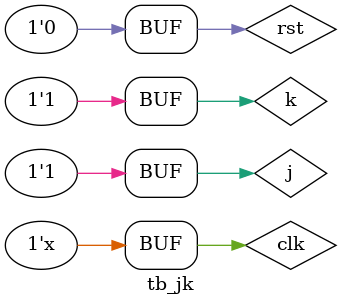
<source format=v>
`timescale 1ns / 1ps


module tb_jk(  );
reg clk,rst,j,k;
wire q,qbar;
jk_ff s1(clk,rst,j,k,q,qbar);
always  #20 clk=~clk ;
initial
clk=0;
initial
begin
rst=1'b1;{j,k}=2'b01;#40;
rst=1'b1;{j,k}=2'b10;#40;
 rst=1'b0;{j,k}=2'b00;#40;
rst=1'b0;{j,k}=2'b01;#40;
rst=1'b0;{j,k}=2'b10;#40;
rst=1'b0;{j,k}=2'b11;#40;


end
endmodule

</source>
